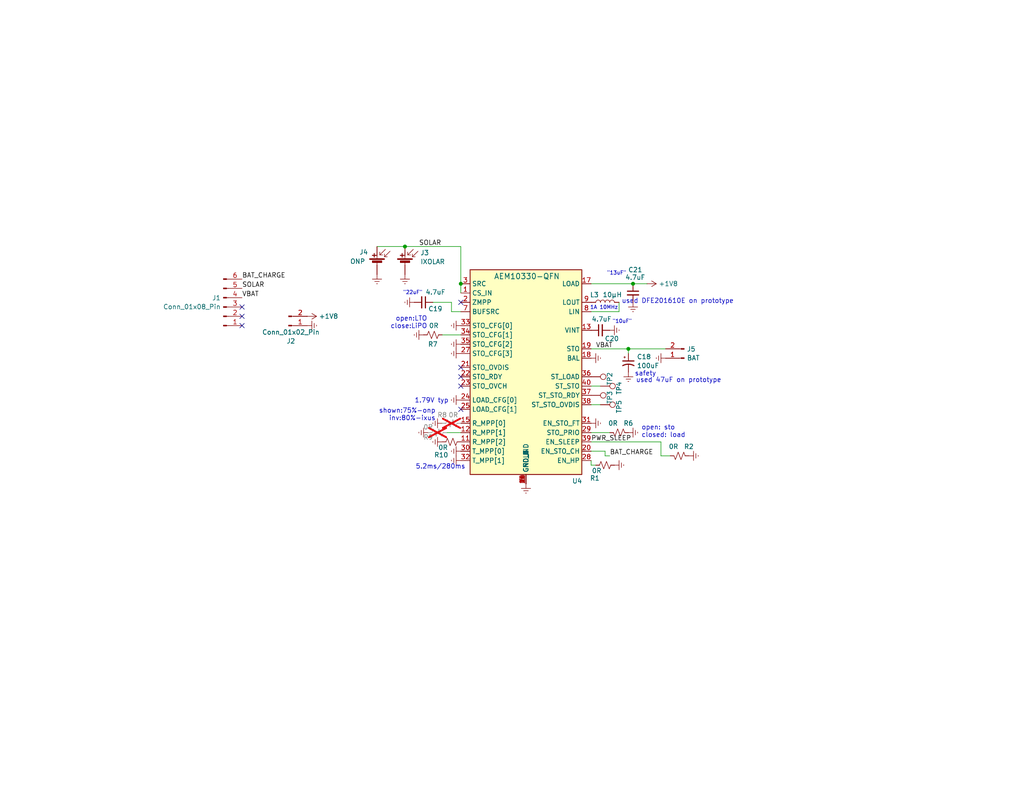
<source format=kicad_sch>
(kicad_sch (version 20231120) (generator "eeschema") (generator_version "8.0")
  (paper "USLetter")
  (title_block (title "RadioJay G1 - GPS Prototype tag") (date "2024-02-14") (company "Thorsten von Eicken") (comment 1 "1.8V power"))
  (lib_symbols
    (symbol "Connector:Conn_01x02_Pin" (pin_names (offset 1.016) hide)
      (property "Reference" "J" (at 0 2.54 0))
      (property "Value" "Conn_01x02_Pin" (at 0 -5.08 0))
      (symbol "Conn_01x02_Pin_1_1"
        (polyline (pts (xy 1.27 -2.54) (xy 0.8636 -2.54)) (stroke (width 0.1524)))
        (polyline (pts (xy 1.27 0) (xy 0.8636 0)) (stroke (width 0.1524)))
        (rectangle (start 0.8636 -2.413) (end 0 -2.667) (stroke (width 0.1524)) (fill (type outline)))
        (rectangle (start 0.8636 0.127) (end 0 -0.127) (stroke (width 0.1524)) (fill (type outline)))
        (pin passive line (at 5.08 0 180) (length 3.81) (name "Pin_1") (number "1"))
        (pin passive line (at 5.08 -2.54 180) (length 3.81) (name "Pin_2") (number "2"))
      )
    )
    (symbol "Connector:Conn_01x06_Pin" (pin_names (offset 1.016) hide)
      (property "Reference" "J" (at 0 7.62 0))
      (property "Value" "Conn_01x06_Pin" (at 0 -10.16 0))
      (symbol "Conn_01x06_Pin_1_1"
        (polyline (pts (xy 1.27 -7.62) (xy 0.8636 -7.62)) (stroke (width 0.1524)))
        (polyline (pts (xy 1.27 -5.08) (xy 0.8636 -5.08)) (stroke (width 0.1524)))
        (polyline (pts (xy 1.27 -2.54) (xy 0.8636 -2.54)) (stroke (width 0.1524)))
        (polyline (pts (xy 1.27 0) (xy 0.8636 0)) (stroke (width 0.1524)))
        (polyline (pts (xy 1.27 2.54) (xy 0.8636 2.54)) (stroke (width 0.1524)))
        (polyline (pts (xy 1.27 5.08) (xy 0.8636 5.08)) (stroke (width 0.1524)))
        (rectangle (start 0.8636 -7.493) (end 0 -7.747) (stroke (width 0.1524)) (fill (type outline)))
        (rectangle (start 0.8636 -4.953) (end 0 -5.207) (stroke (width 0.1524)) (fill (type outline)))
        (rectangle (start 0.8636 -2.413) (end 0 -2.667) (stroke (width 0.1524)) (fill (type outline)))
        (rectangle (start 0.8636 0.127) (end 0 -0.127) (stroke (width 0.1524)) (fill (type outline)))
        (rectangle (start 0.8636 2.667) (end 0 2.413) (stroke (width 0.1524)) (fill (type outline)))
        (rectangle (start 0.8636 5.207) (end 0 4.953) (stroke (width 0.1524)) (fill (type outline)))
        (pin passive line (at 5.08 5.08 180) (length 3.81) (name "Pin_1") (number "1"))
        (pin passive line (at 5.08 2.54 180) (length 3.81) (name "Pin_2") (number "2"))
        (pin passive line (at 5.08 0 180) (length 3.81) (name "Pin_3") (number "3"))
        (pin passive line (at 5.08 -2.54 180) (length 3.81) (name "Pin_4") (number "4"))
        (pin passive line (at 5.08 -5.08 180) (length 3.81) (name "Pin_5") (number "5"))
        (pin passive line (at 5.08 -7.62 180) (length 3.81) (name "Pin_6") (number "6"))
      )
    )
    (symbol "Connector:TestPoint" (pin_numbers hide) (pin_names (offset 0.762) hide)
      (property "Reference" "TP" (at 0 6.858 0))
      (property "Value" "TestPoint" (at 0 5.08 0))
      (symbol "TestPoint_0_1"
        (circle (center 0 3.302) (radius 0.762))
      )
      (symbol "TestPoint_1_1"
        (pin passive line (at 0 0 90) (length 2.54) (name "1") (number "1"))
      )
    )
    (symbol "Device:C_Polarized_Small_US" (pin_numbers hide) (pin_names (offset 0.254) hide)
      (property "Reference" "C" (at 0.254 1.778 0))
      (property "Value" "C_Polarized_Small_US" (at 0.254 -2.032 0))
      (symbol "C_Polarized_Small_US_0_1"
        (polyline (pts (xy -1.524 0.508) (xy 1.524 0.508)) (stroke (width 0.3048)))
        (polyline (pts (xy -1.27 1.524) (xy -0.762 1.524)))
        (polyline (pts (xy -1.016 1.27) (xy -1.016 1.778)))
        (arc (start 1.524 -0.762) (mid 0 -0.3734) (end -1.524 -0.762) (stroke (width 0.3048)))
      )
      (symbol "C_Polarized_Small_US_1_1"
        (pin passive line (at 0 2.54 270) (length 2.032) (name "~") (number "1"))
        (pin passive line (at 0 -2.54 90) (length 2.032) (name "~") (number "2"))
      )
    )
    (symbol "Device:C_Small" (pin_numbers hide) (pin_names (offset 0.254) hide)
      (property "Reference" "C" (at 0.254 1.778 0))
      (property "Value" "C_Small" (at 0.254 -2.032 0))
      (symbol "C_Small_0_1"
        (polyline (pts (xy -1.524 -0.508) (xy 1.524 -0.508)) (stroke (width 0.3302)))
        (polyline (pts (xy -1.524 0.508) (xy 1.524 0.508)) (stroke (width 0.3048)))
      )
      (symbol "C_Small_1_1"
        (pin passive line (at 0 2.54 270) (length 2.032) (name "~") (number "1"))
        (pin passive line (at 0 -2.54 90) (length 2.032) (name "~") (number "2"))
      )
    )
    (symbol "Device:L" (pin_numbers hide) (pin_names (offset 1.016) hide)
      (property "Reference" "L" (at -1.27 0 90))
      (property "Value" "L" (at 1.905 0 90))
      (symbol "L_0_1"
        (arc (start 0 -2.54) (mid 0.6323 -1.905) (end 0 -1.27))
        (arc (start 0 -1.27) (mid 0.6323 -0.635) (end 0 0))
        (arc (start 0 0) (mid 0.6323 0.635) (end 0 1.27))
        (arc (start 0 1.27) (mid 0.6323 1.905) (end 0 2.54))
      )
      (symbol "L_1_1"
        (pin passive line (at 0 3.81 270) (length 1.27) (name "1") (number "1"))
        (pin passive line (at 0 -3.81 90) (length 1.27) (name "2") (number "2"))
      )
    )
    (symbol "Device:R_Small_US" (pin_numbers hide) (pin_names (offset 0.254) hide)
      (property "Reference" "R" (at 0.762 0.508 0))
      (property "Value" "R_Small_US" (at 0.762 -1.016 0))
      (symbol "R_Small_US_1_1"
        (polyline (pts (xy 0 0) (xy 1.016 -0.381) (xy 0 -0.762) (xy -1.016 -1.143) (xy 0 -1.524)))
        (polyline (pts (xy 0 1.524) (xy 1.016 1.143) (xy 0 0.762) (xy -1.016 0.381) (xy 0 0)))
        (pin passive line (at 0 2.54 270) (length 1.016) (name "~") (number "1"))
        (pin passive line (at 0 -2.54 90) (length 1.016) (name "~") (number "2"))
      )
    )
    (symbol "Device:Solar_Cell" (pin_numbers hide) (pin_names (offset 0) hide)
      (property "Reference" "SC" (at 2.54 2.54 0))
      (property "Value" "Solar_Cell" (at 2.54 0 0))
      (symbol "Solar_Cell_0_1"
        (rectangle (start -2.032 1.778) (end 2.032 1.524) (fill (type outline)))
        (rectangle (start -1.3208 1.1938) (end 1.27 0.6858) (fill (type outline)))
        (polyline (pts (xy -2.032 2.286) (xy -3.556 3.81)))
        (polyline (pts (xy -0.762 2.794) (xy -2.286 4.318)))
        (polyline (pts (xy 0 0.762) (xy 0 0)))
        (polyline (pts (xy 0 1.778) (xy 0 2.54)))
        (polyline (pts (xy 0.254 2.667) (xy 1.27 2.667)) (stroke (width 0.254)))
        (polyline (pts (xy 0.762 3.175) (xy 0.762 2.159)) (stroke (width 0.254)))
        (polyline (pts (xy -2.032 3.048) (xy -2.032 2.286) (xy -2.794 2.286)))
        (polyline (pts (xy -0.762 3.556) (xy -0.762 2.794) (xy -1.524 2.794)))
      )
      (symbol "Solar_Cell_1_1"
        (pin passive line (at 0 5.08 270) (length 2.54) (name "+") (number "1"))
        (pin passive line (at 0 -2.54 90) (length 2.54) (name "-") (number "2"))
      )
    )
    (symbol "Mostag:AEM10330-QFN"
      (property "Reference" "U" (at 29.718 -41.402 0))
      (property "Value" "AEM10330-QFN" (at 11.43 19.05 0))
      (symbol "AEM10330-QFN_1_1"
        (rectangle (start 5.08 20.32) (end 35.56 -35.56) (stroke (width 0.254)) (fill (type background)))
        (pin power_in line (at 2.54 13.97 0) (length 2.54) (name "CS_IN") (number "1"))
        (pin power_in line (at 20.32 -38.1 90) (length 2.54) (name "GND_4") (number "10"))
        (pin input line (at 2.54 -26.67 0) (length 2.54) (name "R_MPP[2]") (number "11"))
        (pin input line (at 2.54 -24.13 0) (length 2.54) (name "R_MPP[1]") (number "12"))
        (pin power_out line (at 38.1 3.81 180) (length 2.54) (name "VINT") (number "13"))
        (pin power_in line (at 20.32 -38.1 90) (length 2.54) (name "GND_5") (number "14"))
        (pin input line (at 2.54 -21.59 0) (length 2.54) (name "R_MPP[0]") (number "15"))
        (pin power_in line (at 20.32 -38.1 90) (length 2.54) (name "GND_6") (number "16"))
        (pin power_out line (at 38.1 16.51 180) (length 2.54) (name "LOAD") (number "17"))
        (pin power_out line (at 38.1 -3.81 180) (length 2.54) (name "BAL") (number "18"))
        (pin power_out line (at 38.1 -1.27 180) (length 2.54) (name "STO") (number "19"))
        (pin input line (at 2.54 11.43 0) (length 2.54) (name "ZMPP") (number "2"))
        (pin input line (at 38.1 -29.21 180) (length 2.54) (name "EN_STO_CH") (number "20"))
        (pin input line (at 2.54 -6.35 0) (length 2.54) (name "STO_OVDIS") (number "21"))
        (pin input line (at 2.54 -8.89 0) (length 2.54) (name "STO_RDY") (number "22"))
        (pin input line (at 2.54 -11.43 0) (length 2.54) (name "STO_OVCH") (number "23"))
        (pin input line (at 2.54 -15.24 0) (length 2.54) (name "LOAD_CFG[0]") (number "24"))
        (pin input line (at 2.54 -17.78 0) (length 2.54) (name "LOAD_CFG[1]") (number "25"))
        (pin power_in line (at 20.32 -38.1 90) (length 2.54) (name "GND_7") (number "26"))
        (pin input line (at 2.54 -2.54 0) (length 2.54) (name "STO_CFG[3]") (number "27"))
        (pin input line (at 38.1 -31.75 180) (length 2.54) (name "EN_HP") (number "28"))
        (pin input line (at 38.1 -24.13 180) (length 2.54) (name "STO_PRIO") (number "29"))
        (pin power_in line (at 2.54 16.51 0) (length 2.54) (name "SRC") (number "3"))
        (pin input line (at 2.54 -29.21 0) (length 2.54) (name "T_MPP[0]") (number "30"))
        (pin input line (at 38.1 -21.59 180) (length 2.54) (name "EN_STO_FT") (number "31"))
        (pin input line (at 2.54 -31.75 0) (length 2.54) (name "T_MPP[1]") (number "32"))
        (pin input line (at 2.54 5.08 0) (length 2.54) (name "STO_CFG[0]") (number "33"))
        (pin input line (at 2.54 2.54 0) (length 2.54) (name "STO_CFG[1]") (number "34"))
        (pin input line (at 2.54 0 0) (length 2.54) (name "STO_CFG[2]") (number "35"))
        (pin output line (at 38.1 -8.89 180) (length 2.54) (name "ST_LOAD") (number "36"))
        (pin output line (at 38.1 -13.97 180) (length 2.54) (name "ST_STO_RDY") (number "37"))
        (pin output line (at 38.1 -16.51 180) (length 2.54) (name "ST_STO_OVDIS") (number "38"))
        (pin input line (at 38.1 -26.67 180) (length 2.54) (name "EN_SLEEP") (number "39"))
        (pin power_in line (at 20.32 -38.1 90) (length 2.54) (name "GND_1") (number "4"))
        (pin output line (at 38.1 -11.43 180) (length 2.54) (name "ST_STO") (number "40"))
        (pin power_in line (at 20.32 -38.1 90) (length 2.54) (name "GROUND") (number "41"))
        (pin power_in line (at 20.32 -38.1 90) (length 2.54) (name "GND_2") (number "5"))
        (pin power_in line (at 20.32 -38.1 90) (length 2.54) (name "GND_3") (number "6"))
        (pin power_out line (at 2.54 8.89 0) (length 2.54) (name "BUFSRC") (number "7"))
        (pin power_out line (at 38.1 8.89 180) (length 2.54) (name "LIN") (number "8"))
        (pin power_out line (at 38.1 11.43 180) (length 2.54) (name "LOUT") (number "9"))
      )
    )
    (symbol "power:+1V8" (power) (pin_numbers hide) (pin_names (offset 0) hide)
      (property "Value" "+1V8" (at 0 3.556 0))
      (symbol "+1V8_0_1"
        (polyline (pts (xy -0.762 1.27) (xy 0 2.54)))
        (polyline (pts (xy 0 0) (xy 0 2.54)))
        (polyline (pts (xy 0 2.54) (xy 0.762 1.27)))
      )
      (symbol "+1V8_1_1"
        (pin power_in line (at 0 0 90) (length 0) (name "~") (number "1"))
      )
    )
    (symbol "power:GNDREF" (power) (pin_names (offset 0))
      (property "Value" "GNDREF" (at 0 -3.81 0))
      (symbol "GNDREF_0_1"
        (polyline (pts (xy -0.635 -1.905) (xy 0.635 -1.905)))
        (polyline (pts (xy -0.127 -2.54) (xy 0.127 -2.54)))
        (polyline (pts (xy 0 -1.27) (xy 0 0)))
        (polyline (pts (xy 1.27 -1.27) (xy -1.27 -1.27)))
      )
      (symbol "GNDREF_1_1"
        (pin power_in line (at 0 0 270) (length 0) hide (name "GNDREF") (number "1"))
      )
    )
  )
  (junction (at 172.72 77.47))
  (junction (at 171.45 95.25))
  (junction (at 125.73 77.47))
  (junction (at 110.49 67.31))
  (no_connect (at 125.73 100.33))
  (no_connect (at 125.73 82.55))
  (no_connect (at 125.73 102.87))
  (no_connect (at 66.04 86.36))
  (no_connect (at 125.73 105.41))
  (no_connect (at 66.04 83.82))
  (no_connect (at 125.73 111.76))
  (no_connect (at 66.04 88.9))
  (wire (pts (xy 165.1 124.46) (xy 165.1 123.19)))
  (wire (pts (xy 162.56 127) (xy 161.29 127)))
  (wire (pts (xy 166.37 124.46) (xy 165.1 124.46)))
  (wire (pts (xy 125.73 67.31) (xy 125.73 77.47)))
  (wire (pts (xy 161.29 118.11) (xy 166.37 118.11)))
  (wire (pts (xy 102.87 67.31) (xy 110.49 67.31)))
  (wire (pts (xy 180.34 124.46) (xy 180.34 120.65)))
  (wire (pts (xy 182.88 124.46) (xy 180.34 124.46)))
  (wire (pts (xy 163.83 110.49) (xy 161.29 110.49)))
  (wire (pts (xy 171.45 95.25) (xy 181.61 95.25)))
  (wire (pts (xy 121.92 118.11) (xy 125.73 118.11)))
  (wire (pts (xy 163.83 105.41) (xy 161.29 105.41)))
  (wire (pts (xy 161.29 85.09) (xy 168.91 85.09)))
  (wire (pts (xy 171.45 95.25) (xy 171.45 96.52)))
  (wire (pts (xy 161.29 95.25) (xy 171.45 95.25)))
  (wire (pts (xy 120.65 91.44) (xy 125.73 91.44)))
  (wire (pts (xy 168.91 85.09) (xy 168.91 82.55)))
  (wire (pts (xy 125.73 77.47) (xy 125.73 80.01)))
  (wire (pts (xy 165.1 123.19) (xy 161.29 123.19)))
  (wire (pts (xy 176.53 77.47) (xy 172.72 77.47)))
  (wire (pts (xy 123.19 82.55) (xy 123.19 85.09)))
  (wire (pts (xy 172.72 77.47) (xy 161.29 77.47)))
  (wire (pts (xy 161.29 127) (xy 161.29 125.73)))
  (wire (pts (xy 161.29 120.65) (xy 180.34 120.65)))
  (wire (pts (xy 123.19 85.09) (xy 125.73 85.09)))
  (wire (pts (xy 118.11 82.55) (xy 123.19 82.55)))
  (wire (pts (xy 110.49 67.31) (xy 125.73 67.31)))
  (text "\"13uF\"" (at 170.942 74.676 0) (effects (font (size 1 1)) (justify right)))
  (text "5.2ms/280ms" (at 127 127.508 0) (effects (font (size 1.27 1.27)) (justify right)))
  (text "1A 10MHz" (at 168.656 84.074 0) (effects (font (size 1 1)) (justify right)))
  (text "shown:75%-onp\ninv:80%-ixus" (at 118.872 113.284 0) (effects (font (size 1.27 1.27)) (justify right)))
  (text "safety" (at 179.07 102.108 0) (effects (font (size 1.27 1.27)) (justify right)))
  (text "used 47uF on prototype" (at 185.166 103.886 0) (effects (font (size 1.27 1.27))))
  (text "\"22uF\"" (at 115.316 80.01 0) (effects (font (size 1 1)) (justify right)))
  (text "open:LTO\nclose:LiPO" (at 116.586 88.138 0) (effects (font (size 1.27 1.27)) (justify right)))
  (text "used DFE201610E on prototype" (at 184.912 82.296 0) (effects (font (size 1.27 1.27))))
  (text "1.79V typ" (at 122.428 109.474 0) (effects (font (size 1.27 1.27)) (justify right)))
  (text "open: sto\nclosed: load" (at 175.006 117.856 0) (effects (font (size 1.27 1.27)) (justify left)))
  (text "\"10uF\"" (at 172.466 87.884 0) (effects (font (size 1 1)) (justify right)))
  (label "VBAT" (at 162.56 95.25 0))
  (label "PWR_SLEEP" (at 161.29 120.65 0))
  (label "BAT_CHARGE" (at 66.04 76.2 0))
  (label "SOLAR" (at 114.3 67.31 0))
  (label "BAT_CHARGE" (at 166.37 124.46 0))
  (label "SOLAR" (at 66.04 78.74 0))
  (label "VBAT" (at 66.04 81.28 0))
  (symbol (lib_id "Device:Solar_Cell") (at 102.87 72.39 0) (mirror y) (unit 1)
    (property "Reference" "J4" (at 98.044 68.834 0) (effects (justify right)))
    (property "Value" "ONP" (at 95.504 71.374 0) (effects (justify right)))
    (property "Footprint" "Mostag:SOLAR_ONP1.2-cut-12x18" (effects (hide yes)))
    (property "Description" "Single solar cell" (effects (hide yes)))
  )
  (symbol (lib_id "power:GNDREF") (at 125.73 109.22 270) (mirror x) (unit 1)
    (property "Reference" "#PWR057" (effects (hide yes)))
    (property "Value" "GNDREF" (effects (hide yes)))
  )
  (symbol (lib_id "Device:C_Polarized_Small_US") (at 171.45 99.06 0) (unit 1)
    (property "Reference" "C18" (at 173.7614 97.416 0) (effects (justify left)))
    (property "Value" "100uF" (at 173.7614 99.8403 0) (effects (justify left)))
    (property "Footprint" "Capacitor_SMD:C_1206_3216Metric" (effects (hide yes)))
    (property "Description" "Polarized capacitor, small US symbol" (effects (hide yes)))
  )
  (symbol (lib_id "Device:R_Small_US") (at 123.19 120.65 90) (unit 1)
    (property "Reference" "R10" (at 120.396 124.206 90))
    (property "Value" "0R" (at 120.904 122.174 90))
    (property "Footprint" "Resistor_SMD:R_0402_1005Metric" (effects (hide yes)))
  )
  (symbol (lib_id "power:GNDREF") (at 116.84 118.11 270) (mirror x) (unit 1)
    (property "Reference" "#PWR052" (effects (hide yes)))
    (property "Value" "GNDREF" (effects (hide yes)))
  )
  (symbol (lib_id "Connector:TestPoint") (at 161.29 102.87 270) (unit 1)
    (property "Reference" "TP2" (at 166.37 101.6 0) (effects (justify left)))
    (property "Value" "TestPoint" (effects (hide yes)))
    (property "Footprint" "TestPoint:TestPoint_Pad_D1.0mm" (effects (hide yes)))
  )
  (symbol (lib_id "power:GNDREF") (at 125.73 125.73 270) (mirror x) (unit 1)
    (property "Reference" "#PWR060" (effects (hide yes)))
    (property "Value" "GNDREF" (effects (hide yes)))
  )
  (symbol (lib_id "Device:R_Small_US") (at 118.11 91.44 90) (unit 1)
    (property "Reference" "R7" (at 118.11 93.98 90))
    (property "Value" "0R" (at 118.364 88.9 90))
    (property "Footprint" "Resistor_SMD:R_0402_1005Metric" (effects (hide yes)))
  )
  (symbol (lib_id "Connector:TestPoint") (at 163.83 110.49 270) (unit 1)
    (property "Reference" "TP5" (at 168.91 109.22 0) (effects (justify left)))
    (property "Value" "TestPoint" (effects (hide yes)))
    (property "Footprint" "TestPoint:TestPoint_Pad_D1.0mm" (effects (hide yes)))
  )
  (symbol (lib_id "Device:Solar_Cell") (at 110.49 72.39 0) (mirror y) (unit 1)
    (property "Reference" "J3" (at 114.681 69.0188 0) (effects (justify right)))
    (property "Value" "IXOLAR" (at 114.681 71.4431 0) (effects (justify right)))
    (property "Footprint" "Mostag:IXOLAR-23x8" (effects (hide yes)))
    (property "Description" "Single solar cell" (effects (hide yes)))
  )
  (symbol (lib_id "power:GNDREF") (at 171.45 101.6 0) (unit 1)
    (property "Reference" "#PWR058" (effects (hide yes)))
    (property "Value" "GNDREF" (effects (hide yes)))
  )
  (symbol (lib_id "power:+1V8") (at 83.82 86.36 270) (unit 1)
    (property "Reference" "#PWR02" (effects (hide yes)))
    (property "Value" "+1V8" (at 86.995 86.36 90) (effects (justify left)))
    (property "Description" "Power symbol creates a global label with name \"+1V8\"" (effects (hide yes)))
  )
  (symbol (lib_id "power:GNDREF") (at 125.73 96.52 270) (mirror x) (unit 1)
    (property "Reference" "#PWR046" (effects (hide yes)))
    (property "Value" "GNDREF" (effects (hide yes)))
  )
  (symbol (lib_id "power:GNDREF") (at 187.96 124.46 90) (unit 1)
    (property "Reference" "#PWR04" (effects (hide yes)))
    (property "Value" "GNDREF" (effects (hide yes)))
  )
  (symbol (lib_id "power:GNDREF") (at 181.61 97.79 270) (unit 1)
    (property "Reference" "#PWR048" (effects (hide yes)))
    (property "Value" "GNDREF" (effects (hide yes)))
  )
  (symbol (lib_id "power:GNDREF") (at 102.87 74.93 0) (unit 1)
    (property "Reference" "#PWR01" (effects (hide yes)))
    (property "Value" "GNDREF" (effects (hide yes)))
  )
  (symbol (lib_id "Connector:TestPoint") (at 163.83 105.41 270) (unit 1)
    (property "Reference" "TP4" (at 168.91 104.14 0) (effects (justify left)))
    (property "Value" "TestPoint" (effects (hide yes)))
    (property "Footprint" "TestPoint:TestPoint_Pad_D1.0mm" (effects (hide yes)))
  )
  (symbol (lib_id "power:GNDREF") (at 143.51 132.08 0) (unit 1)
    (property "Reference" "#PWR040" (effects (hide yes)))
    (property "Value" "GNDREF" (effects (hide yes)))
  )
  (symbol (lib_id "power:GNDREF") (at 125.73 123.19 270) (mirror x) (unit 1)
    (property "Reference" "#PWR059" (effects (hide yes)))
    (property "Value" "GNDREF" (effects (hide yes)))
  )
  (symbol (lib_id "Connector:Conn_01x02_Pin") (at 78.74 88.9 0) (mirror x) (unit 1)
    (property "Reference" "J2" (at 79.375 93.1207 0))
    (property "Value" "Conn_01x02_Pin" (at 79.375 90.6964 0))
    (property "Footprint" "Connector_PinHeader_2.54mm:PinHeader_1x02_P2.54mm_Vertical" (effects (hide yes)))
    (property "Description" "Generic connector, single row, 01x02, script generated" (effects (hide yes)))
  )
  (symbol (lib_id "power:GNDREF") (at 166.37 90.17 90) (mirror x) (unit 1)
    (property "Reference" "#PWR055" (effects (hide yes)))
    (property "Value" "GNDREF" (effects (hide yes)))
  )
  (symbol (lib_id "power:GNDREF") (at 125.73 93.98 270) (mirror x) (unit 1)
    (property "Reference" "#PWR045" (effects (hide yes)))
    (property "Value" "GNDREF" (effects (hide yes)))
  )
  (symbol (lib_id "power:GNDREF") (at 161.29 115.57 90) (mirror x) (unit 1)
    (property "Reference" "#PWR047" (effects (hide yes)))
    (property "Value" "GNDREF" (effects (hide yes)))
  )
  (symbol (lib_id "Device:R_Small_US") (at 119.38 118.11 90) (unit 1) (dnp yes)
    (property "Reference" "R9" (at 116.84 119.38 90))
    (property "Value" "0R" (at 116.84 116.586 90))
    (property "Footprint" "Resistor_SMD:R_0402_1005Metric" (effects (hide yes)))
  )
  (symbol (lib_id "Device:R_Small_US") (at 123.19 115.57 90) (unit 1) (dnp yes)
    (property "Reference" "R8" (at 120.65 113.284 90))
    (property "Value" "0R" (at 123.698 113.284 90))
    (property "Footprint" "Resistor_SMD:R_0402_1005Metric" (effects (hide yes)))
  )
  (symbol (lib_id "power:GNDREF") (at 120.65 120.65 270) (mirror x) (unit 1)
    (property "Reference" "#PWR053" (effects (hide yes)))
    (property "Value" "GNDREF" (effects (hide yes)))
  )
  (symbol (lib_id "Device:R_Small_US") (at 168.91 118.11 270) (mirror x) (unit 1)
    (property "Reference" "R6" (at 171.45 115.57 90))
    (property "Value" "0R" (at 167.2712 115.5592 90))
    (property "Footprint" "Resistor_SMD:R_0402_1005Metric" (effects (hide yes)))
  )
  (symbol (lib_id "power:GNDREF") (at 125.73 88.9 270) (mirror x) (unit 1)
    (property "Reference" "#PWR044" (effects (hide yes)))
    (property "Value" "GNDREF" (effects (hide yes)))
  )
  (symbol (lib_id "power:GNDREF") (at 161.29 97.79 90) (unit 1)
    (property "Reference" "#PWR042" (effects (hide yes)))
    (property "Value" "GNDREF" (effects (hide yes)))
  )
  (symbol (lib_id "Connector:TestPoint") (at 161.29 107.95 270) (unit 1)
    (property "Reference" "TP3" (at 166.37 106.68 0) (effects (justify left)))
    (property "Value" "TestPoint" (effects (hide yes)))
    (property "Footprint" "TestPoint:TestPoint_Pad_D1.0mm" (effects (hide yes)))
  )
  (symbol (lib_id "Device:C_Small") (at 163.83 90.17 90) (unit 1)
    (property "Reference" "C20" (at 168.91 92.456 90) (effects (justify left)))
    (property "Value" "4.7uF" (at 166.878 87.122 90) (effects (justify left)))
    (property "Footprint" "Capacitor_SMD:C_0603_1608Metric" (effects (hide yes)))
  )
  (symbol (lib_id "power:GNDREF") (at 83.82 88.9 90) (mirror x) (unit 1)
    (property "Reference" "#PWR03" (effects (hide yes)))
    (property "Value" "GNDREF" (effects (hide yes)))
  )
  (symbol (lib_id "power:GNDREF") (at 120.65 115.57 270) (mirror x) (unit 1)
    (property "Reference" "#PWR051" (effects (hide yes)))
    (property "Value" "GNDREF" (effects (hide yes)))
  )
  (symbol (lib_id "Mostag:AEM10330-QFN") (at 123.19 93.98 0) (unit 1)
    (property "Reference" "U4" (at 157.48 131.318 0))
    (property "Value" "AEM10330-QFN" (at 143.764 75.438 0) (effects (font (size 1.5 1.5))))
    (property "Footprint" "Mostag:QFN40P500X500X85-41N-D" (effects (hide yes)))
    (property "Datasheet" "https://e-peas.com/wp-content/uploads/2021/08/Datasheet_AEM10330_solar_energy_harvesting_IC_REV1.1.pdf" (effects (hide yes)))
    (property "Description" "Power Management Specialized - PMIC Highly Versatile, Regulated Single-Output, Buck-Boost Ambient Energy Manager for Up to 7-cell Solar Panels with Optional Primary" (effects (hide yes)))
    (property "Height" "0.85" (effects (hide yes)))
    (property "Mouser Part Number" "120-AEM10330-QFN" (effects (hide yes)))
    (property "Mouser Price/Stock" "https://www.mouser.co.uk/ProductDetail/e-peas/AEM10330-QFN?qs=HoCaDK9Nz5crEE3TCe3%252BrQ%3D%3D" (effects (hide yes)))
    (property "Manufacturer_Name" "E-PEAS" (effects (hide yes)))
    (property "Manufacturer_Part_Number" "AEM10330-QFN" (effects (hide yes)))
  )
  (symbol (lib_id "Device:R_Small_US") (at 165.1 127 90) (unit 1)
    (property "Reference" "R1" (at 162.306 130.556 90))
    (property "Value" "0R" (at 162.814 128.524 90))
    (property "Footprint" "Resistor_SMD:R_0402_1005Metric" (effects (hide yes)))
  )
  (symbol (lib_id "power:GNDREF") (at 110.49 74.93 0) (unit 1)
    (property "Reference" "#PWR039" (effects (hide yes)))
    (property "Value" "GNDREF" (effects (hide yes)))
  )
  (symbol (lib_id "Device:L") (at 165.1 82.55 90) (unit 1)
    (property "Reference" "L3" (at 162.1873 80.5023 90))
    (property "Value" "10µH" (at 167.055 80.4624 90))
    (property "Footprint" "Inductor_SMD:L_0805_2012Metric" (effects (hide yes)))
    (property "Part" "MLZ2012M150W" (effects (hide yes)))
  )
  (symbol (lib_id "Device:C_Small") (at 115.57 82.55 270) (unit 1)
    (property "Reference" "C19" (at 116.84 84.328 90) (effects (justify left)))
    (property "Value" "4.7uF" (at 116.078 79.756 90) (effects (justify left)))
    (property "Footprint" "Capacitor_SMD:C_0603_1608Metric" (effects (hide yes)))
  )
  (symbol (lib_id "Device:R_Small_US") (at 185.42 124.46 270) (mirror x) (unit 1)
    (property "Reference" "R2" (at 187.96 121.92 90))
    (property "Value" "0R" (at 183.7812 121.9092 90))
    (property "Footprint" "Resistor_SMD:R_0402_1005Metric" (effects (hide yes)))
  )
  (symbol (lib_id "power:GNDREF") (at 113.03 82.55 270) (mirror x) (unit 1)
    (property "Reference" "#PWR054" (effects (hide yes)))
    (property "Value" "GNDREF" (effects (hide yes)))
  )
  (symbol (lib_id "power:GNDREF") (at 115.57 91.44 270) (mirror x) (unit 1)
    (property "Reference" "#PWR050" (effects (hide yes)))
    (property "Value" "GNDREF" (effects (hide yes)))
  )
  (symbol (lib_id "power:GNDREF") (at 172.72 82.55 0) (mirror y) (unit 1)
    (property "Reference" "#PWR056" (effects (hide yes)))
    (property "Value" "GNDREF" (effects (hide yes)))
  )
  (symbol (lib_id "Device:C_Small") (at 172.72 80.01 0) (unit 1)
    (property "Reference" "C21" (at 171.3925 73.672 0) (effects (justify left)))
    (property "Value" "4.7uF" (at 170.5858 75.7304 0) (effects (justify left)))
    (property "Footprint" "Capacitor_SMD:C_0603_1608Metric" (effects (hide yes)))
  )
  (symbol (lib_id "power:GNDREF") (at 167.64 127 90) (mirror x) (unit 1)
    (property "Reference" "#PWR043" (effects (hide yes)))
    (property "Value" "GNDREF" (effects (hide yes)))
  )
  (symbol (lib_id "power:+1V8") (at 176.53 77.47 270) (unit 1)
    (property "Reference" "#PWR041" (effects (hide yes)))
    (property "Value" "+1V8" (at 179.705 77.47 90) (effects (justify left)))
    (property "Description" "Power symbol creates a global label with name \"+1V8\"" (effects (hide yes)))
  )
  (symbol (lib_id "Connector:Conn_01x06_Pin") (at 60.96 83.82 0) (mirror x) (unit 1)
    (property "Reference" "J1" (at 60.2489 81.3378 0) (effects (justify right)))
    (property "Value" "Conn_01x08_Pin" (at 60.2489 83.7621 0) (effects (justify right)))
    (property "Footprint" "Connector_PinHeader_2.54mm:PinHeader_1x06_P2.54mm_Vertical" (effects (hide yes)))
    (property "Description" "Generic connector, single row, 01x06, script generated" (effects (hide yes)))
  )
  (symbol (lib_id "Connector:Conn_01x02_Pin") (at 186.69 97.79 180) (unit 1)
    (property "Reference" "J5" (at 187.4012 95.3078 0) (effects (justify right)))
    (property "Value" "BAT" (at 187.4012 97.7321 0) (effects (justify right)))
    (property "Footprint" "Mostag:LiPO-tabs-top-5mm" (effects (hide yes)))
    (property "Description" "Generic connector, single row, 01x02, script generated" (effects (hide yes)))
  )
  (symbol (lib_id "power:GNDREF") (at 171.45 118.11 90) (unit 1)
    (property "Reference" "#PWR049" (effects (hide yes)))
    (property "Value" "GNDREF" (effects (hide yes)))
  )
)
</source>
